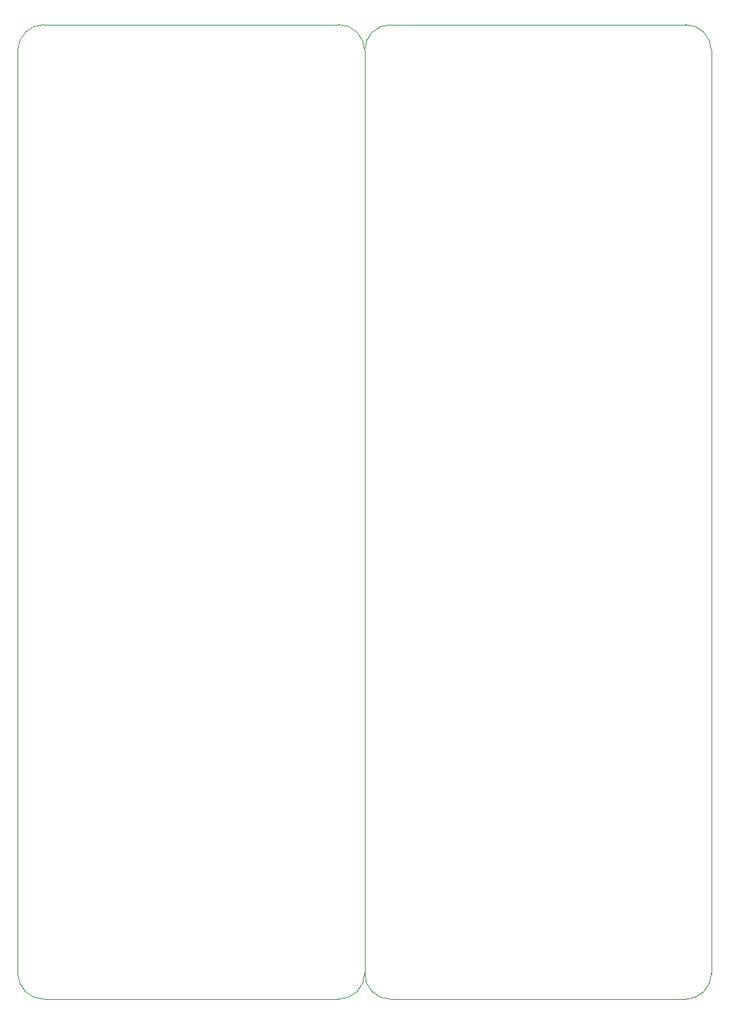
<source format=gbr>
%TF.GenerationSoftware,KiCad,Pcbnew,(7.0.0-0)*%
%TF.CreationDate,2023-02-25T18:04:37+01:00*%
%TF.ProjectId,208_Timbre_Workshop,3230385f-5469-46d6-9272-655f576f726b,1*%
%TF.SameCoordinates,Original*%
%TF.FileFunction,Profile,NP*%
%FSLAX46Y46*%
G04 Gerber Fmt 4.6, Leading zero omitted, Abs format (unit mm)*
G04 Created by KiCad (PCBNEW (7.0.0-0)) date 2023-02-25 18:04:37*
%MOMM*%
%LPD*%
G01*
G04 APERTURE LIST*
%TA.AperFunction,Profile*%
%ADD10C,0.100000*%
%TD*%
G04 APERTURE END LIST*
D10*
X12307600Y123176400D02*
X46547600Y123176400D01*
X89787600Y120176400D02*
X89787600Y13206400D01*
X49547600Y13206400D02*
G75*
G03*
X52547600Y10206400I3000000J0D01*
G01*
X49547600Y13206400D02*
X49547600Y120176400D01*
X49547600Y120176400D02*
G75*
G03*
X46547600Y123176400I-3000000J0D01*
G01*
X9307600Y13206400D02*
X9307600Y120176400D01*
X89787600Y120176400D02*
G75*
G03*
X86787600Y123176400I-3000000J0D01*
G01*
X9307600Y13206400D02*
G75*
G03*
X12307600Y10206400I3000000J0D01*
G01*
X52547600Y123176400D02*
G75*
G03*
X49547600Y120176400I0J-3000000D01*
G01*
X52547600Y123176400D02*
X86787600Y123176400D01*
X12307600Y123176400D02*
G75*
G03*
X9307600Y120176400I0J-3000000D01*
G01*
X86787600Y10206400D02*
G75*
G03*
X89787600Y13206400I0J3000000D01*
G01*
X46547600Y10206400D02*
X12307600Y10206400D01*
X46547600Y10206400D02*
G75*
G03*
X49547600Y13206400I0J3000000D01*
G01*
X86787600Y10206400D02*
X52547600Y10206400D01*
M02*

</source>
